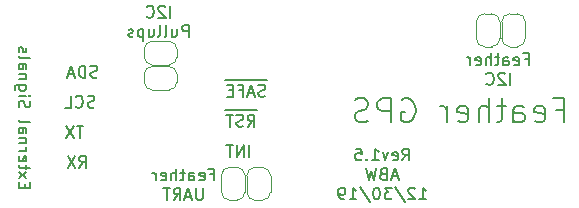
<source format=gbr>
G04 #@! TF.GenerationSoftware,KiCad,Pcbnew,(5.1.4)-1*
G04 #@! TF.CreationDate,2019-12-30T09:54:18-05:00*
G04 #@! TF.ProjectId,Feather-SAM-M8Q-GPS,46656174-6865-4722-9d53-414d2d4d3851,rev?*
G04 #@! TF.SameCoordinates,Original*
G04 #@! TF.FileFunction,Legend,Bot*
G04 #@! TF.FilePolarity,Positive*
%FSLAX46Y46*%
G04 Gerber Fmt 4.6, Leading zero omitted, Abs format (unit mm)*
G04 Created by KiCad (PCBNEW (5.1.4)-1) date 2019-12-30 09:54:18*
%MOMM*%
%LPD*%
G04 APERTURE LIST*
%ADD10C,0.150000*%
%ADD11C,0.120000*%
G04 APERTURE END LIST*
D10*
X121235576Y-71065380D02*
X121568909Y-70589190D01*
X121807004Y-71065380D02*
X121807004Y-70065380D01*
X121426052Y-70065380D01*
X121330814Y-70113000D01*
X121283195Y-70160619D01*
X121235576Y-70255857D01*
X121235576Y-70398714D01*
X121283195Y-70493952D01*
X121330814Y-70541571D01*
X121426052Y-70589190D01*
X121807004Y-70589190D01*
X120426052Y-71017761D02*
X120521290Y-71065380D01*
X120711766Y-71065380D01*
X120807004Y-71017761D01*
X120854623Y-70922523D01*
X120854623Y-70541571D01*
X120807004Y-70446333D01*
X120711766Y-70398714D01*
X120521290Y-70398714D01*
X120426052Y-70446333D01*
X120378433Y-70541571D01*
X120378433Y-70636809D01*
X120854623Y-70732047D01*
X120045100Y-70398714D02*
X119807004Y-71065380D01*
X119568909Y-70398714D01*
X118664147Y-71065380D02*
X119235576Y-71065380D01*
X118949861Y-71065380D02*
X118949861Y-70065380D01*
X119045100Y-70208238D01*
X119140338Y-70303476D01*
X119235576Y-70351095D01*
X118235576Y-70970142D02*
X118187957Y-71017761D01*
X118235576Y-71065380D01*
X118283195Y-71017761D01*
X118235576Y-70970142D01*
X118235576Y-71065380D01*
X117283195Y-70065380D02*
X117759385Y-70065380D01*
X117807004Y-70541571D01*
X117759385Y-70493952D01*
X117664147Y-70446333D01*
X117426052Y-70446333D01*
X117330814Y-70493952D01*
X117283195Y-70541571D01*
X117235576Y-70636809D01*
X117235576Y-70874904D01*
X117283195Y-70970142D01*
X117330814Y-71017761D01*
X117426052Y-71065380D01*
X117664147Y-71065380D01*
X117759385Y-71017761D01*
X117807004Y-70970142D01*
X120854623Y-72429666D02*
X120378433Y-72429666D01*
X120949861Y-72715380D02*
X120616528Y-71715380D01*
X120283195Y-72715380D01*
X119616528Y-72191571D02*
X119473671Y-72239190D01*
X119426052Y-72286809D01*
X119378433Y-72382047D01*
X119378433Y-72524904D01*
X119426052Y-72620142D01*
X119473671Y-72667761D01*
X119568909Y-72715380D01*
X119949861Y-72715380D01*
X119949861Y-71715380D01*
X119616528Y-71715380D01*
X119521290Y-71763000D01*
X119473671Y-71810619D01*
X119426052Y-71905857D01*
X119426052Y-72001095D01*
X119473671Y-72096333D01*
X119521290Y-72143952D01*
X119616528Y-72191571D01*
X119949861Y-72191571D01*
X119045100Y-71715380D02*
X118807004Y-72715380D01*
X118616528Y-72001095D01*
X118426052Y-72715380D01*
X118187957Y-71715380D01*
X122687957Y-74365380D02*
X123259385Y-74365380D01*
X122973671Y-74365380D02*
X122973671Y-73365380D01*
X123068909Y-73508238D01*
X123164147Y-73603476D01*
X123259385Y-73651095D01*
X122307004Y-73460619D02*
X122259385Y-73413000D01*
X122164147Y-73365380D01*
X121926052Y-73365380D01*
X121830814Y-73413000D01*
X121783195Y-73460619D01*
X121735576Y-73555857D01*
X121735576Y-73651095D01*
X121783195Y-73793952D01*
X122354623Y-74365380D01*
X121735576Y-74365380D01*
X120592719Y-73317761D02*
X121449861Y-74603476D01*
X120354623Y-73365380D02*
X119735576Y-73365380D01*
X120068909Y-73746333D01*
X119926052Y-73746333D01*
X119830814Y-73793952D01*
X119783195Y-73841571D01*
X119735576Y-73936809D01*
X119735576Y-74174904D01*
X119783195Y-74270142D01*
X119830814Y-74317761D01*
X119926052Y-74365380D01*
X120211766Y-74365380D01*
X120307004Y-74317761D01*
X120354623Y-74270142D01*
X119116528Y-73365380D02*
X119021290Y-73365380D01*
X118926052Y-73413000D01*
X118878433Y-73460619D01*
X118830814Y-73555857D01*
X118783195Y-73746333D01*
X118783195Y-73984428D01*
X118830814Y-74174904D01*
X118878433Y-74270142D01*
X118926052Y-74317761D01*
X119021290Y-74365380D01*
X119116528Y-74365380D01*
X119211766Y-74317761D01*
X119259385Y-74270142D01*
X119307004Y-74174904D01*
X119354623Y-73984428D01*
X119354623Y-73746333D01*
X119307004Y-73555857D01*
X119259385Y-73460619D01*
X119211766Y-73413000D01*
X119116528Y-73365380D01*
X117640338Y-73317761D02*
X118497480Y-74603476D01*
X116783195Y-74365380D02*
X117354623Y-74365380D01*
X117068909Y-74365380D02*
X117068909Y-73365380D01*
X117164147Y-73508238D01*
X117259385Y-73603476D01*
X117354623Y-73651095D01*
X116307004Y-74365380D02*
X116116528Y-74365380D01*
X116021290Y-74317761D01*
X115973671Y-74270142D01*
X115878433Y-74127285D01*
X115830814Y-73936809D01*
X115830814Y-73555857D01*
X115878433Y-73460619D01*
X115926052Y-73413000D01*
X116021290Y-73365380D01*
X116211766Y-73365380D01*
X116307004Y-73413000D01*
X116354623Y-73460619D01*
X116402242Y-73555857D01*
X116402242Y-73793952D01*
X116354623Y-73889190D01*
X116307004Y-73936809D01*
X116211766Y-73984428D01*
X116021290Y-73984428D01*
X115926052Y-73936809D01*
X115878433Y-73889190D01*
X115830814Y-73793952D01*
X109811914Y-64299500D02*
X108859533Y-64299500D01*
X109621438Y-65619261D02*
X109478580Y-65666880D01*
X109240485Y-65666880D01*
X109145247Y-65619261D01*
X109097628Y-65571642D01*
X109050009Y-65476404D01*
X109050009Y-65381166D01*
X109097628Y-65285928D01*
X109145247Y-65238309D01*
X109240485Y-65190690D01*
X109430961Y-65143071D01*
X109526200Y-65095452D01*
X109573819Y-65047833D01*
X109621438Y-64952595D01*
X109621438Y-64857357D01*
X109573819Y-64762119D01*
X109526200Y-64714500D01*
X109430961Y-64666880D01*
X109192866Y-64666880D01*
X109050009Y-64714500D01*
X108859533Y-64299500D02*
X108002390Y-64299500D01*
X108669057Y-65381166D02*
X108192866Y-65381166D01*
X108764295Y-65666880D02*
X108430961Y-64666880D01*
X108097628Y-65666880D01*
X108002390Y-64299500D02*
X107145247Y-64299500D01*
X107430961Y-65143071D02*
X107764295Y-65143071D01*
X107764295Y-65666880D02*
X107764295Y-64666880D01*
X107288104Y-64666880D01*
X107145247Y-64299500D02*
X106240485Y-64299500D01*
X106907152Y-65143071D02*
X106573819Y-65143071D01*
X106430961Y-65666880D02*
X106907152Y-65666880D01*
X106907152Y-64666880D01*
X106430961Y-64666880D01*
X108954771Y-66839500D02*
X107954771Y-66839500D01*
X108145248Y-68206880D02*
X108478581Y-67730690D01*
X108716676Y-68206880D02*
X108716676Y-67206880D01*
X108335724Y-67206880D01*
X108240486Y-67254500D01*
X108192867Y-67302119D01*
X108145248Y-67397357D01*
X108145248Y-67540214D01*
X108192867Y-67635452D01*
X108240486Y-67683071D01*
X108335724Y-67730690D01*
X108716676Y-67730690D01*
X107954771Y-66839500D02*
X107002390Y-66839500D01*
X107764295Y-68159261D02*
X107621438Y-68206880D01*
X107383343Y-68206880D01*
X107288105Y-68159261D01*
X107240486Y-68111642D01*
X107192867Y-68016404D01*
X107192867Y-67921166D01*
X107240486Y-67825928D01*
X107288105Y-67778309D01*
X107383343Y-67730690D01*
X107573819Y-67683071D01*
X107669057Y-67635452D01*
X107716676Y-67587833D01*
X107764295Y-67492595D01*
X107764295Y-67397357D01*
X107716676Y-67302119D01*
X107669057Y-67254500D01*
X107573819Y-67206880D01*
X107335724Y-67206880D01*
X107192867Y-67254500D01*
X107002390Y-66839500D02*
X106240486Y-66839500D01*
X106907152Y-67206880D02*
X106335724Y-67206880D01*
X106621438Y-68206880D02*
X106621438Y-67206880D01*
X108288104Y-70746880D02*
X108288104Y-69746880D01*
X107811914Y-70746880D02*
X107811914Y-69746880D01*
X107240485Y-70746880D01*
X107240485Y-69746880D01*
X106907152Y-69746880D02*
X106335723Y-69746880D01*
X106621438Y-70746880D02*
X106621438Y-69746880D01*
X89276228Y-73390971D02*
X89276228Y-73057638D01*
X88752419Y-72914780D02*
X88752419Y-73390971D01*
X89752419Y-73390971D01*
X89752419Y-72914780D01*
X88752419Y-72581447D02*
X89419085Y-72057638D01*
X89419085Y-72581447D02*
X88752419Y-72057638D01*
X89419085Y-71819542D02*
X89419085Y-71438590D01*
X89752419Y-71676685D02*
X88895276Y-71676685D01*
X88800038Y-71629066D01*
X88752419Y-71533828D01*
X88752419Y-71438590D01*
X88800038Y-70724304D02*
X88752419Y-70819542D01*
X88752419Y-71010019D01*
X88800038Y-71105257D01*
X88895276Y-71152876D01*
X89276228Y-71152876D01*
X89371466Y-71105257D01*
X89419085Y-71010019D01*
X89419085Y-70819542D01*
X89371466Y-70724304D01*
X89276228Y-70676685D01*
X89180990Y-70676685D01*
X89085752Y-71152876D01*
X88752419Y-70248114D02*
X89419085Y-70248114D01*
X89228609Y-70248114D02*
X89323847Y-70200495D01*
X89371466Y-70152876D01*
X89419085Y-70057638D01*
X89419085Y-69962400D01*
X89419085Y-69629066D02*
X88752419Y-69629066D01*
X89323847Y-69629066D02*
X89371466Y-69581447D01*
X89419085Y-69486209D01*
X89419085Y-69343352D01*
X89371466Y-69248114D01*
X89276228Y-69200495D01*
X88752419Y-69200495D01*
X88752419Y-68295733D02*
X89276228Y-68295733D01*
X89371466Y-68343352D01*
X89419085Y-68438590D01*
X89419085Y-68629066D01*
X89371466Y-68724304D01*
X88800038Y-68295733D02*
X88752419Y-68390971D01*
X88752419Y-68629066D01*
X88800038Y-68724304D01*
X88895276Y-68771923D01*
X88990514Y-68771923D01*
X89085752Y-68724304D01*
X89133371Y-68629066D01*
X89133371Y-68390971D01*
X89180990Y-68295733D01*
X88752419Y-67676685D02*
X88800038Y-67771923D01*
X88895276Y-67819542D01*
X89752419Y-67819542D01*
X88800038Y-66581447D02*
X88752419Y-66438590D01*
X88752419Y-66200495D01*
X88800038Y-66105257D01*
X88847657Y-66057638D01*
X88942895Y-66010019D01*
X89038133Y-66010019D01*
X89133371Y-66057638D01*
X89180990Y-66105257D01*
X89228609Y-66200495D01*
X89276228Y-66390971D01*
X89323847Y-66486209D01*
X89371466Y-66533828D01*
X89466704Y-66581447D01*
X89561942Y-66581447D01*
X89657180Y-66533828D01*
X89704800Y-66486209D01*
X89752419Y-66390971D01*
X89752419Y-66152876D01*
X89704800Y-66010019D01*
X88752419Y-65581447D02*
X89419085Y-65581447D01*
X89752419Y-65581447D02*
X89704800Y-65629066D01*
X89657180Y-65581447D01*
X89704800Y-65533828D01*
X89752419Y-65581447D01*
X89657180Y-65581447D01*
X89419085Y-64676685D02*
X88609561Y-64676685D01*
X88514323Y-64724304D01*
X88466704Y-64771923D01*
X88419085Y-64867161D01*
X88419085Y-65010019D01*
X88466704Y-65105257D01*
X88800038Y-64676685D02*
X88752419Y-64771923D01*
X88752419Y-64962400D01*
X88800038Y-65057638D01*
X88847657Y-65105257D01*
X88942895Y-65152876D01*
X89228609Y-65152876D01*
X89323847Y-65105257D01*
X89371466Y-65057638D01*
X89419085Y-64962400D01*
X89419085Y-64771923D01*
X89371466Y-64676685D01*
X89419085Y-64200495D02*
X88752419Y-64200495D01*
X89323847Y-64200495D02*
X89371466Y-64152876D01*
X89419085Y-64057638D01*
X89419085Y-63914780D01*
X89371466Y-63819542D01*
X89276228Y-63771923D01*
X88752419Y-63771923D01*
X88752419Y-62867161D02*
X89276228Y-62867161D01*
X89371466Y-62914780D01*
X89419085Y-63010019D01*
X89419085Y-63200495D01*
X89371466Y-63295733D01*
X88800038Y-62867161D02*
X88752419Y-62962400D01*
X88752419Y-63200495D01*
X88800038Y-63295733D01*
X88895276Y-63343352D01*
X88990514Y-63343352D01*
X89085752Y-63295733D01*
X89133371Y-63200495D01*
X89133371Y-62962400D01*
X89180990Y-62867161D01*
X88752419Y-62248114D02*
X88800038Y-62343352D01*
X88895276Y-62390971D01*
X89752419Y-62390971D01*
X88800038Y-61914780D02*
X88752419Y-61819542D01*
X88752419Y-61629066D01*
X88800038Y-61533828D01*
X88895276Y-61486209D01*
X88942895Y-61486209D01*
X89038133Y-61533828D01*
X89085752Y-61629066D01*
X89085752Y-61771923D01*
X89133371Y-61867161D01*
X89228609Y-61914780D01*
X89276228Y-61914780D01*
X89371466Y-61867161D01*
X89419085Y-61771923D01*
X89419085Y-61629066D01*
X89371466Y-61533828D01*
X93892666Y-71673980D02*
X94226000Y-71197790D01*
X94464095Y-71673980D02*
X94464095Y-70673980D01*
X94083142Y-70673980D01*
X93987904Y-70721600D01*
X93940285Y-70769219D01*
X93892666Y-70864457D01*
X93892666Y-71007314D01*
X93940285Y-71102552D01*
X93987904Y-71150171D01*
X94083142Y-71197790D01*
X94464095Y-71197790D01*
X93559333Y-70673980D02*
X92892666Y-71673980D01*
X92892666Y-70673980D02*
X93559333Y-71673980D01*
X94233904Y-68133980D02*
X93662476Y-68133980D01*
X93948190Y-69133980D02*
X93948190Y-68133980D01*
X93424380Y-68133980D02*
X92757714Y-69133980D01*
X92757714Y-68133980D02*
X93424380Y-69133980D01*
X95157776Y-66546361D02*
X95014919Y-66593980D01*
X94776823Y-66593980D01*
X94681585Y-66546361D01*
X94633966Y-66498742D01*
X94586347Y-66403504D01*
X94586347Y-66308266D01*
X94633966Y-66213028D01*
X94681585Y-66165409D01*
X94776823Y-66117790D01*
X94967300Y-66070171D01*
X95062538Y-66022552D01*
X95110157Y-65974933D01*
X95157776Y-65879695D01*
X95157776Y-65784457D01*
X95110157Y-65689219D01*
X95062538Y-65641600D01*
X94967300Y-65593980D01*
X94729204Y-65593980D01*
X94586347Y-65641600D01*
X93586347Y-66498742D02*
X93633966Y-66546361D01*
X93776823Y-66593980D01*
X93872061Y-66593980D01*
X94014919Y-66546361D01*
X94110157Y-66451123D01*
X94157776Y-66355885D01*
X94205395Y-66165409D01*
X94205395Y-66022552D01*
X94157776Y-65832076D01*
X94110157Y-65736838D01*
X94014919Y-65641600D01*
X93872061Y-65593980D01*
X93776823Y-65593980D01*
X93633966Y-65641600D01*
X93586347Y-65689219D01*
X92681585Y-66593980D02*
X93157776Y-66593980D01*
X93157776Y-65593980D01*
X95410185Y-64006361D02*
X95267328Y-64053980D01*
X95029233Y-64053980D01*
X94933995Y-64006361D01*
X94886376Y-63958742D01*
X94838757Y-63863504D01*
X94838757Y-63768266D01*
X94886376Y-63673028D01*
X94933995Y-63625409D01*
X95029233Y-63577790D01*
X95219709Y-63530171D01*
X95314947Y-63482552D01*
X95362566Y-63434933D01*
X95410185Y-63339695D01*
X95410185Y-63244457D01*
X95362566Y-63149219D01*
X95314947Y-63101600D01*
X95219709Y-63053980D01*
X94981614Y-63053980D01*
X94838757Y-63101600D01*
X94410185Y-64053980D02*
X94410185Y-63053980D01*
X94172090Y-63053980D01*
X94029233Y-63101600D01*
X93933995Y-63196838D01*
X93886376Y-63292076D01*
X93838757Y-63482552D01*
X93838757Y-63625409D01*
X93886376Y-63815885D01*
X93933995Y-63911123D01*
X94029233Y-64006361D01*
X94172090Y-64053980D01*
X94410185Y-64053980D01*
X93457804Y-63768266D02*
X92981614Y-63768266D01*
X93553042Y-64053980D02*
X93219709Y-63053980D01*
X92886376Y-64053980D01*
X134266557Y-66773442D02*
X134933223Y-66773442D01*
X134933223Y-67821061D02*
X134933223Y-65821061D01*
X133980842Y-65821061D01*
X132457033Y-67725823D02*
X132647509Y-67821061D01*
X133028461Y-67821061D01*
X133218938Y-67725823D01*
X133314176Y-67535347D01*
X133314176Y-66773442D01*
X133218938Y-66582966D01*
X133028461Y-66487728D01*
X132647509Y-66487728D01*
X132457033Y-66582966D01*
X132361795Y-66773442D01*
X132361795Y-66963919D01*
X133314176Y-67154395D01*
X130647509Y-67821061D02*
X130647509Y-66773442D01*
X130742747Y-66582966D01*
X130933223Y-66487728D01*
X131314176Y-66487728D01*
X131504652Y-66582966D01*
X130647509Y-67725823D02*
X130837985Y-67821061D01*
X131314176Y-67821061D01*
X131504652Y-67725823D01*
X131599890Y-67535347D01*
X131599890Y-67344871D01*
X131504652Y-67154395D01*
X131314176Y-67059157D01*
X130837985Y-67059157D01*
X130647509Y-66963919D01*
X129980842Y-66487728D02*
X129218938Y-66487728D01*
X129695128Y-65821061D02*
X129695128Y-67535347D01*
X129599890Y-67725823D01*
X129409414Y-67821061D01*
X129218938Y-67821061D01*
X128552271Y-67821061D02*
X128552271Y-65821061D01*
X127695128Y-67821061D02*
X127695128Y-66773442D01*
X127790366Y-66582966D01*
X127980842Y-66487728D01*
X128266557Y-66487728D01*
X128457033Y-66582966D01*
X128552271Y-66678204D01*
X125980842Y-67725823D02*
X126171319Y-67821061D01*
X126552271Y-67821061D01*
X126742747Y-67725823D01*
X126837985Y-67535347D01*
X126837985Y-66773442D01*
X126742747Y-66582966D01*
X126552271Y-66487728D01*
X126171319Y-66487728D01*
X125980842Y-66582966D01*
X125885604Y-66773442D01*
X125885604Y-66963919D01*
X126837985Y-67154395D01*
X125028461Y-67821061D02*
X125028461Y-66487728D01*
X125028461Y-66868680D02*
X124933223Y-66678204D01*
X124837985Y-66582966D01*
X124647509Y-66487728D01*
X124457033Y-66487728D01*
X121218938Y-65916300D02*
X121409414Y-65821061D01*
X121695128Y-65821061D01*
X121980842Y-65916300D01*
X122171319Y-66106776D01*
X122266557Y-66297252D01*
X122361795Y-66678204D01*
X122361795Y-66963919D01*
X122266557Y-67344871D01*
X122171319Y-67535347D01*
X121980842Y-67725823D01*
X121695128Y-67821061D01*
X121504652Y-67821061D01*
X121218938Y-67725823D01*
X121123700Y-67630585D01*
X121123700Y-66963919D01*
X121504652Y-66963919D01*
X120266557Y-67821061D02*
X120266557Y-65821061D01*
X119504652Y-65821061D01*
X119314176Y-65916300D01*
X119218938Y-66011538D01*
X119123700Y-66202014D01*
X119123700Y-66487728D01*
X119218938Y-66678204D01*
X119314176Y-66773442D01*
X119504652Y-66868680D01*
X120266557Y-66868680D01*
X118361795Y-67725823D02*
X118076080Y-67821061D01*
X117599890Y-67821061D01*
X117409414Y-67725823D01*
X117314176Y-67630585D01*
X117218938Y-67440109D01*
X117218938Y-67249633D01*
X117314176Y-67059157D01*
X117409414Y-66963919D01*
X117599890Y-66868680D01*
X117980842Y-66773442D01*
X118171319Y-66678204D01*
X118266557Y-66582966D01*
X118361795Y-66392490D01*
X118361795Y-66202014D01*
X118266557Y-66011538D01*
X118171319Y-65916300D01*
X117980842Y-65821061D01*
X117504652Y-65821061D01*
X117218938Y-65916300D01*
X101585590Y-58974480D02*
X101585590Y-57974480D01*
X101157019Y-58069719D02*
X101109400Y-58022100D01*
X101014161Y-57974480D01*
X100776066Y-57974480D01*
X100680828Y-58022100D01*
X100633209Y-58069719D01*
X100585590Y-58164957D01*
X100585590Y-58260195D01*
X100633209Y-58403052D01*
X101204638Y-58974480D01*
X100585590Y-58974480D01*
X99585590Y-58879242D02*
X99633209Y-58926861D01*
X99776066Y-58974480D01*
X99871304Y-58974480D01*
X100014161Y-58926861D01*
X100109400Y-58831623D01*
X100157019Y-58736385D01*
X100204638Y-58545909D01*
X100204638Y-58403052D01*
X100157019Y-58212576D01*
X100109400Y-58117338D01*
X100014161Y-58022100D01*
X99871304Y-57974480D01*
X99776066Y-57974480D01*
X99633209Y-58022100D01*
X99585590Y-58069719D01*
X103157019Y-60624480D02*
X103157019Y-59624480D01*
X102776066Y-59624480D01*
X102680828Y-59672100D01*
X102633209Y-59719719D01*
X102585590Y-59814957D01*
X102585590Y-59957814D01*
X102633209Y-60053052D01*
X102680828Y-60100671D01*
X102776066Y-60148290D01*
X103157019Y-60148290D01*
X101728447Y-59957814D02*
X101728447Y-60624480D01*
X102157019Y-59957814D02*
X102157019Y-60481623D01*
X102109400Y-60576861D01*
X102014161Y-60624480D01*
X101871304Y-60624480D01*
X101776066Y-60576861D01*
X101728447Y-60529242D01*
X101109400Y-60624480D02*
X101204638Y-60576861D01*
X101252257Y-60481623D01*
X101252257Y-59624480D01*
X100585590Y-60624480D02*
X100680828Y-60576861D01*
X100728447Y-60481623D01*
X100728447Y-59624480D01*
X99776066Y-59957814D02*
X99776066Y-60624480D01*
X100204638Y-59957814D02*
X100204638Y-60481623D01*
X100157019Y-60576861D01*
X100061780Y-60624480D01*
X99918923Y-60624480D01*
X99823685Y-60576861D01*
X99776066Y-60529242D01*
X99299876Y-59957814D02*
X99299876Y-60957814D01*
X99299876Y-60005433D02*
X99204638Y-59957814D01*
X99014161Y-59957814D01*
X98918923Y-60005433D01*
X98871304Y-60053052D01*
X98823685Y-60148290D01*
X98823685Y-60434004D01*
X98871304Y-60529242D01*
X98918923Y-60576861D01*
X99014161Y-60624480D01*
X99204638Y-60624480D01*
X99299876Y-60576861D01*
X98442733Y-60576861D02*
X98347495Y-60624480D01*
X98157019Y-60624480D01*
X98061780Y-60576861D01*
X98014161Y-60481623D01*
X98014161Y-60434004D01*
X98061780Y-60338766D01*
X98157019Y-60291147D01*
X98299876Y-60291147D01*
X98395114Y-60243528D01*
X98442733Y-60148290D01*
X98442733Y-60100671D01*
X98395114Y-60005433D01*
X98299876Y-59957814D01*
X98157019Y-59957814D01*
X98061780Y-60005433D01*
X104969985Y-72242871D02*
X105303319Y-72242871D01*
X105303319Y-72766680D02*
X105303319Y-71766680D01*
X104827128Y-71766680D01*
X104065223Y-72719061D02*
X104160461Y-72766680D01*
X104350938Y-72766680D01*
X104446176Y-72719061D01*
X104493795Y-72623823D01*
X104493795Y-72242871D01*
X104446176Y-72147633D01*
X104350938Y-72100014D01*
X104160461Y-72100014D01*
X104065223Y-72147633D01*
X104017604Y-72242871D01*
X104017604Y-72338109D01*
X104493795Y-72433347D01*
X103160461Y-72766680D02*
X103160461Y-72242871D01*
X103208080Y-72147633D01*
X103303319Y-72100014D01*
X103493795Y-72100014D01*
X103589033Y-72147633D01*
X103160461Y-72719061D02*
X103255700Y-72766680D01*
X103493795Y-72766680D01*
X103589033Y-72719061D01*
X103636652Y-72623823D01*
X103636652Y-72528585D01*
X103589033Y-72433347D01*
X103493795Y-72385728D01*
X103255700Y-72385728D01*
X103160461Y-72338109D01*
X102827128Y-72100014D02*
X102446176Y-72100014D01*
X102684271Y-71766680D02*
X102684271Y-72623823D01*
X102636652Y-72719061D01*
X102541414Y-72766680D01*
X102446176Y-72766680D01*
X102112842Y-72766680D02*
X102112842Y-71766680D01*
X101684271Y-72766680D02*
X101684271Y-72242871D01*
X101731890Y-72147633D01*
X101827128Y-72100014D01*
X101969985Y-72100014D01*
X102065223Y-72147633D01*
X102112842Y-72195252D01*
X100827128Y-72719061D02*
X100922366Y-72766680D01*
X101112842Y-72766680D01*
X101208080Y-72719061D01*
X101255700Y-72623823D01*
X101255700Y-72242871D01*
X101208080Y-72147633D01*
X101112842Y-72100014D01*
X100922366Y-72100014D01*
X100827128Y-72147633D01*
X100779509Y-72242871D01*
X100779509Y-72338109D01*
X101255700Y-72433347D01*
X100350938Y-72766680D02*
X100350938Y-72100014D01*
X100350938Y-72290490D02*
X100303319Y-72195252D01*
X100255700Y-72147633D01*
X100160461Y-72100014D01*
X100065223Y-72100014D01*
X104350938Y-73416680D02*
X104350938Y-74226204D01*
X104303319Y-74321442D01*
X104255700Y-74369061D01*
X104160461Y-74416680D01*
X103969985Y-74416680D01*
X103874747Y-74369061D01*
X103827128Y-74321442D01*
X103779509Y-74226204D01*
X103779509Y-73416680D01*
X103350938Y-74130966D02*
X102874747Y-74130966D01*
X103446176Y-74416680D02*
X103112842Y-73416680D01*
X102779509Y-74416680D01*
X101874747Y-74416680D02*
X102208080Y-73940490D01*
X102446176Y-74416680D02*
X102446176Y-73416680D01*
X102065223Y-73416680D01*
X101969985Y-73464300D01*
X101922366Y-73511919D01*
X101874747Y-73607157D01*
X101874747Y-73750014D01*
X101922366Y-73845252D01*
X101969985Y-73892871D01*
X102065223Y-73940490D01*
X102446176Y-73940490D01*
X101589033Y-73416680D02*
X101017604Y-73416680D01*
X101303319Y-74416680D02*
X101303319Y-73416680D01*
X131601885Y-62489271D02*
X131935219Y-62489271D01*
X131935219Y-63013080D02*
X131935219Y-62013080D01*
X131459028Y-62013080D01*
X130697123Y-62965461D02*
X130792361Y-63013080D01*
X130982838Y-63013080D01*
X131078076Y-62965461D01*
X131125695Y-62870223D01*
X131125695Y-62489271D01*
X131078076Y-62394033D01*
X130982838Y-62346414D01*
X130792361Y-62346414D01*
X130697123Y-62394033D01*
X130649504Y-62489271D01*
X130649504Y-62584509D01*
X131125695Y-62679747D01*
X129792361Y-63013080D02*
X129792361Y-62489271D01*
X129839980Y-62394033D01*
X129935219Y-62346414D01*
X130125695Y-62346414D01*
X130220933Y-62394033D01*
X129792361Y-62965461D02*
X129887600Y-63013080D01*
X130125695Y-63013080D01*
X130220933Y-62965461D01*
X130268552Y-62870223D01*
X130268552Y-62774985D01*
X130220933Y-62679747D01*
X130125695Y-62632128D01*
X129887600Y-62632128D01*
X129792361Y-62584509D01*
X129459028Y-62346414D02*
X129078076Y-62346414D01*
X129316171Y-62013080D02*
X129316171Y-62870223D01*
X129268552Y-62965461D01*
X129173314Y-63013080D01*
X129078076Y-63013080D01*
X128744742Y-63013080D02*
X128744742Y-62013080D01*
X128316171Y-63013080D02*
X128316171Y-62489271D01*
X128363790Y-62394033D01*
X128459028Y-62346414D01*
X128601885Y-62346414D01*
X128697123Y-62394033D01*
X128744742Y-62441652D01*
X127459028Y-62965461D02*
X127554266Y-63013080D01*
X127744742Y-63013080D01*
X127839980Y-62965461D01*
X127887600Y-62870223D01*
X127887600Y-62489271D01*
X127839980Y-62394033D01*
X127744742Y-62346414D01*
X127554266Y-62346414D01*
X127459028Y-62394033D01*
X127411409Y-62489271D01*
X127411409Y-62584509D01*
X127887600Y-62679747D01*
X126982838Y-63013080D02*
X126982838Y-62346414D01*
X126982838Y-62536890D02*
X126935219Y-62441652D01*
X126887600Y-62394033D01*
X126792361Y-62346414D01*
X126697123Y-62346414D01*
X130363790Y-64663080D02*
X130363790Y-63663080D01*
X129935219Y-63758319D02*
X129887600Y-63710700D01*
X129792361Y-63663080D01*
X129554266Y-63663080D01*
X129459028Y-63710700D01*
X129411409Y-63758319D01*
X129363790Y-63853557D01*
X129363790Y-63948795D01*
X129411409Y-64091652D01*
X129982838Y-64663080D01*
X129363790Y-64663080D01*
X128363790Y-64567842D02*
X128411409Y-64615461D01*
X128554266Y-64663080D01*
X128649504Y-64663080D01*
X128792361Y-64615461D01*
X128887600Y-64520223D01*
X128935219Y-64424985D01*
X128982838Y-64234509D01*
X128982838Y-64091652D01*
X128935219Y-63901176D01*
X128887600Y-63805938D01*
X128792361Y-63710700D01*
X128649504Y-63663080D01*
X128554266Y-63663080D01*
X128411409Y-63710700D01*
X128363790Y-63758319D01*
D11*
X129498600Y-60745600D02*
X129498600Y-59345600D01*
X128798600Y-58645600D02*
X128198600Y-58645600D01*
X127498600Y-59345600D02*
X127498600Y-60745600D01*
X128198600Y-61445600D02*
X128798600Y-61445600D01*
X128798600Y-61445600D02*
G75*
G03X129498600Y-60745600I0J700000D01*
G01*
X127498600Y-60745600D02*
G75*
G03X128198600Y-61445600I700000J0D01*
G01*
X128198600Y-58645600D02*
G75*
G03X127498600Y-59345600I0J-700000D01*
G01*
X129498600Y-59345600D02*
G75*
G03X128798600Y-58645600I-700000J0D01*
G01*
X131657600Y-60745600D02*
X131657600Y-59345600D01*
X130957600Y-58645600D02*
X130357600Y-58645600D01*
X129657600Y-59345600D02*
X129657600Y-60745600D01*
X130357600Y-61445600D02*
X130957600Y-61445600D01*
X130957600Y-61445600D02*
G75*
G03X131657600Y-60745600I0J700000D01*
G01*
X129657600Y-60745600D02*
G75*
G03X130357600Y-61445600I700000J0D01*
G01*
X130357600Y-58645600D02*
G75*
G03X129657600Y-59345600I0J-700000D01*
G01*
X131657600Y-59345600D02*
G75*
G03X130957600Y-58645600I-700000J0D01*
G01*
X105921300Y-73737700D02*
G75*
G03X106621300Y-74437700I700000J0D01*
G01*
X107221300Y-74437700D02*
G75*
G03X107921300Y-73737700I0J700000D01*
G01*
X107921300Y-72337700D02*
G75*
G03X107221300Y-71637700I-700000J0D01*
G01*
X106621300Y-71637700D02*
G75*
G03X105921300Y-72337700I0J-700000D01*
G01*
X107221300Y-71637700D02*
X106621300Y-71637700D01*
X107921300Y-73737700D02*
X107921300Y-72337700D01*
X106621300Y-74437700D02*
X107221300Y-74437700D01*
X105921300Y-72337700D02*
X105921300Y-73737700D01*
X108080300Y-73750400D02*
G75*
G03X108780300Y-74450400I700000J0D01*
G01*
X109380300Y-74450400D02*
G75*
G03X110080300Y-73750400I0J700000D01*
G01*
X110080300Y-72350400D02*
G75*
G03X109380300Y-71650400I-700000J0D01*
G01*
X108780300Y-71650400D02*
G75*
G03X108080300Y-72350400I0J-700000D01*
G01*
X109380300Y-71650400D02*
X108780300Y-71650400D01*
X110080300Y-73750400D02*
X110080300Y-72350400D01*
X108780300Y-74450400D02*
X109380300Y-74450400D01*
X108080300Y-72350400D02*
X108080300Y-73750400D01*
X101472200Y-63109600D02*
X100072200Y-63109600D01*
X99372200Y-63809600D02*
X99372200Y-64409600D01*
X100072200Y-65109600D02*
X101472200Y-65109600D01*
X102172200Y-64409600D02*
X102172200Y-63809600D01*
X102172200Y-63809600D02*
G75*
G03X101472200Y-63109600I-700000J0D01*
G01*
X101472200Y-65109600D02*
G75*
G03X102172200Y-64409600I0J700000D01*
G01*
X99372200Y-64409600D02*
G75*
G03X100072200Y-65109600I700000J0D01*
G01*
X100072200Y-63109600D02*
G75*
G03X99372200Y-63809600I0J-700000D01*
G01*
X101472200Y-60976000D02*
X100072200Y-60976000D01*
X99372200Y-61676000D02*
X99372200Y-62276000D01*
X100072200Y-62976000D02*
X101472200Y-62976000D01*
X102172200Y-62276000D02*
X102172200Y-61676000D01*
X102172200Y-61676000D02*
G75*
G03X101472200Y-60976000I-700000J0D01*
G01*
X101472200Y-62976000D02*
G75*
G03X102172200Y-62276000I0J700000D01*
G01*
X99372200Y-62276000D02*
G75*
G03X100072200Y-62976000I700000J0D01*
G01*
X100072200Y-60976000D02*
G75*
G03X99372200Y-61676000I0J-700000D01*
G01*
M02*

</source>
